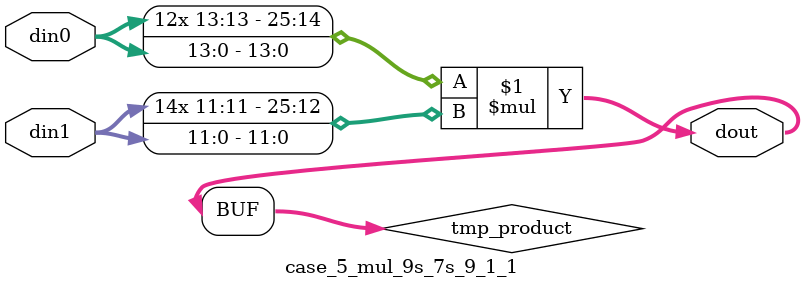
<source format=v>

`timescale 1 ns / 1 ps

 module case_5_mul_9s_7s_9_1_1(din0, din1, dout);
parameter ID = 1;
parameter NUM_STAGE = 0;
parameter din0_WIDTH = 14;
parameter din1_WIDTH = 12;
parameter dout_WIDTH = 26;

input [din0_WIDTH - 1 : 0] din0; 
input [din1_WIDTH - 1 : 0] din1; 
output [dout_WIDTH - 1 : 0] dout;

wire signed [dout_WIDTH - 1 : 0] tmp_product;



























assign tmp_product = $signed(din0) * $signed(din1);








assign dout = tmp_product;





















endmodule

</source>
